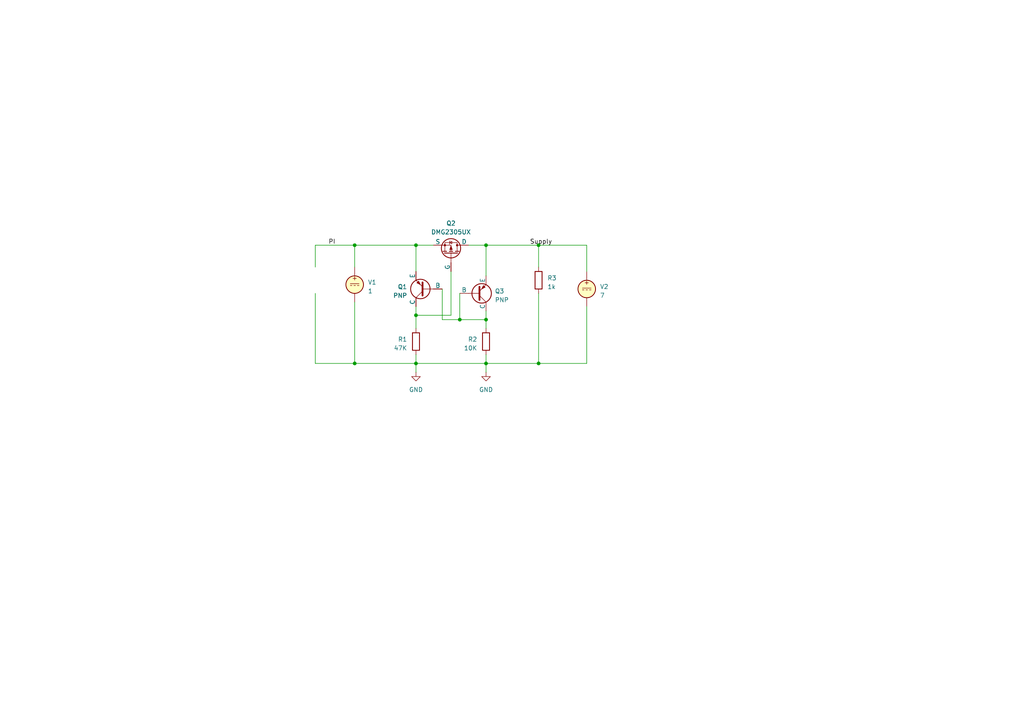
<source format=kicad_sch>
(kicad_sch (version 20230121) (generator eeschema)
  (paper "A4")
  (lib_symbols
    (symbol "Device:R" (pin_numbers hide) (pin_names (offset 0))
      (property "Reference" "R" (at 2.032 0 90))
      (property "Value" "R" (at 0 0 90))
      (symbol "R_0_1"
        (rectangle (start -1.016 -2.54) (end 1.016 2.54) (stroke (width 0.254)))
      )
      (symbol "R_1_1"
        (pin passive line (at 0 3.81 270) (length 1.27) (name "~") (number "1"))
        (pin passive line (at 0 -3.81 90) (length 1.27) (name "~") (number "2"))
      )
    )
    (symbol "GND_1" (power) (pin_names (offset 0))
      (property "Value" "GND_1" (at 0 -3.81 0))
      (symbol "GND_1_0_1"
        (polyline (pts (xy 0 0) (xy 0 -1.27) (xy 1.27 -1.27) (xy 0 -2.54) (xy -1.27 -1.27) (xy 0 -1.27)))
      )
      (symbol "GND_1_1_1"
        (pin power_in line (at 0 0 270) (length 0) hide (name "GND") (number "1"))
      )
    )
    (symbol "Simulation_SPICE:PMOS" (pin_numbers hide) (pin_names (offset 0))
      (property "Reference" "Q" (at 5.08 1.27 0))
      (property "Value" "PMOS" (at 5.08 -1.27 0))
      (symbol "PMOS_0_1"
        (polyline (pts (xy 0.254 0) (xy -2.54 0)))
        (polyline (pts (xy 0.254 1.905) (xy 0.254 -1.905)) (stroke (width 0.254)))
        (polyline (pts (xy 0.762 -1.27) (xy 0.762 -2.286)) (stroke (width 0.254)))
        (polyline (pts (xy 0.762 0.508) (xy 0.762 -0.508)) (stroke (width 0.254)))
        (polyline (pts (xy 0.762 2.286) (xy 0.762 1.27)) (stroke (width 0.254)))
        (polyline (pts (xy 2.54 2.54) (xy 2.54 1.778)))
        (polyline (pts (xy 2.54 -2.54) (xy 2.54 0) (xy 0.762 0)))
        (polyline (pts (xy 0.762 1.778) (xy 3.302 1.778) (xy 3.302 -1.778) (xy 0.762 -1.778)))
        (polyline (pts (xy 2.286 0) (xy 1.27 0.381) (xy 1.27 -0.381) (xy 2.286 0)) (fill (type outline)))
        (polyline (pts (xy 2.794 -0.508) (xy 2.921 -0.381) (xy 3.683 -0.381) (xy 3.81 -0.254)))
        (polyline (pts (xy 3.302 -0.381) (xy 2.921 0.254) (xy 3.683 0.254) (xy 3.302 -0.381)))
        (circle (center 1.651 0) (radius 2.794) (stroke (width 0.254)))
        (circle (center 2.54 -1.778) (radius 0.254) (fill (type outline)))
        (circle (center 2.54 1.778) (radius 0.254) (fill (type outline)))
      )
      (symbol "PMOS_1_1"
        (pin passive line (at 2.54 5.08 270) (length 2.54) (name "D") (number "1"))
        (pin input line (at -5.08 0 0) (length 2.54) (name "G") (number "2"))
        (pin passive line (at 2.54 -5.08 90) (length 2.54) (name "S") (number "3"))
      )
    )
    (symbol "Simulation_SPICE:PNP" (pin_numbers hide) (pin_names (offset 0))
      (property "Reference" "Q" (at -2.54 7.62 0))
      (property "Value" "PNP" (at -2.54 5.08 0))
      (symbol "PNP_0_1"
        (polyline (pts (xy -2.54 0) (xy 0.635 0)) (stroke (width 0.1524)))
        (polyline (pts (xy 0.635 0.635) (xy 2.54 2.54)))
        (polyline (pts (xy 0.635 -0.635) (xy 2.54 -2.54) (xy 2.54 -2.54)))
        (polyline (pts (xy 0.635 1.905) (xy 0.635 -1.905) (xy 0.635 -1.905)) (stroke (width 0.508)))
        (polyline (pts (xy 2.286 -1.778) (xy 1.778 -2.286) (xy 1.27 -1.27) (xy 2.286 -1.778) (xy 2.286 -1.778)) (fill (type outline)))
        (circle (center 1.27 0) (radius 2.8194) (stroke (width 0.254)))
      )
      (symbol "PNP_1_1"
        (pin open_collector line (at 2.54 5.08 270) (length 2.54) (name "C") (number "1"))
        (pin input line (at -5.08 0 0) (length 2.54) (name "B") (number "2"))
        (pin open_emitter line (at 2.54 -5.08 90) (length 2.54) (name "E") (number "3"))
      )
    )
    (symbol "Simulation_SPICE:VDC" (pin_numbers hide) (pin_names (offset 0.0254))
      (property "Reference" "V" (at 2.54 2.54 0))
      (property "Value" "1" (at 2.54 0 0))
      (symbol "VDC_0_0"
        (polyline (pts (xy -1.27 0.254) (xy 1.27 0.254)))
        (polyline (pts (xy -0.762 -0.254) (xy -1.27 -0.254)))
        (polyline (pts (xy 0.254 -0.254) (xy -0.254 -0.254)))
        (polyline (pts (xy 1.27 -0.254) (xy 0.762 -0.254)))
        (text "+" (at 0 1.905 0) (effects (font (size 1.27 1.27))))
      )
      (symbol "VDC_0_1"
        (circle (center 0 0) (radius 2.54) (stroke (width 0.254)) (fill (type background)))
      )
      (symbol "VDC_1_1"
        (pin passive line (at 0 5.08 270) (length 2.54) (name "~") (number "1"))
        (pin passive line (at 0 -5.08 90) (length 2.54) (name "~") (number "2"))
      )
    )
  )
  (junction (at 120.65 105.41))
  (junction (at 120.65 71.12))
  (junction (at 140.97 92.71))
  (junction (at 133.35 92.71))
  (junction (at 120.65 91.44))
  (junction (at 102.87 71.12))
  (junction (at 156.21 105.41))
  (junction (at 140.97 105.41))
  (junction (at 102.87 105.41))
  (junction (at 156.21 71.12))
  (junction (at 140.97 71.12))
  (wire (pts (xy 128.27 83.82) (xy 128.27 92.71)))
  (wire (pts (xy 91.44 85.09) (xy 91.44 105.41)))
  (wire (pts (xy 120.65 91.44) (xy 120.65 95.25)))
  (wire (pts (xy 140.97 71.12) (xy 140.97 80.01)))
  (wire (pts (xy 120.65 71.12) (xy 120.65 78.74)))
  (wire (pts (xy 140.97 105.41) (xy 140.97 102.87)))
  (wire (pts (xy 156.21 71.12) (xy 170.18 71.12)))
  (wire (pts (xy 91.44 71.12) (xy 102.87 71.12)))
  (wire (pts (xy 102.87 105.41) (xy 120.65 105.41)))
  (wire (pts (xy 140.97 107.95) (xy 140.97 105.41)))
  (wire (pts (xy 140.97 71.12) (xy 156.21 71.12)))
  (wire (pts (xy 156.21 105.41) (xy 170.18 105.41)))
  (wire (pts (xy 140.97 71.12) (xy 135.89 71.12)))
  (wire (pts (xy 91.44 77.47) (xy 91.44 71.12)))
  (wire (pts (xy 170.18 105.41) (xy 170.18 88.9)))
  (wire (pts (xy 133.35 85.09) (xy 133.35 92.71)))
  (wire (pts (xy 156.21 105.41) (xy 140.97 105.41)))
  (wire (pts (xy 102.87 87.63) (xy 102.87 105.41)))
  (wire (pts (xy 91.44 105.41) (xy 102.87 105.41)))
  (wire (pts (xy 130.81 91.44) (xy 130.81 78.74)))
  (wire (pts (xy 120.65 105.41) (xy 140.97 105.41)))
  (wire (pts (xy 140.97 92.71) (xy 140.97 95.25)))
  (wire (pts (xy 156.21 71.12) (xy 156.21 77.47)))
  (wire (pts (xy 120.65 107.95) (xy 120.65 105.41)))
  (wire (pts (xy 140.97 92.71) (xy 140.97 90.17)))
  (wire (pts (xy 120.65 91.44) (xy 130.81 91.44)))
  (wire (pts (xy 133.35 92.71) (xy 140.97 92.71)))
  (wire (pts (xy 102.87 71.12) (xy 102.87 77.47)))
  (wire (pts (xy 120.65 88.9) (xy 120.65 91.44)))
  (wire (pts (xy 170.18 71.12) (xy 170.18 78.74)))
  (wire (pts (xy 125.73 71.12) (xy 120.65 71.12)))
  (wire (pts (xy 102.87 71.12) (xy 120.65 71.12)))
  (wire (pts (xy 128.27 92.71) (xy 133.35 92.71)))
  (wire (pts (xy 120.65 105.41) (xy 120.65 102.87)))
  (wire (pts (xy 156.21 85.09) (xy 156.21 105.41)))
  (label "Supply" (at 153.67 71.12 0))
  (label "PI" (at 95.25 71.12 0))
  (symbol (lib_name "GND_1") (lib_id "power:GND") (at 120.65 107.95 0) (mirror y) (unit 1)
    (property "Reference" "#PWR01" (effects hide))
    (property "Value" "GND" (at 120.65 113.03 0))
  )
  (symbol (lib_id "Device:R") (at 140.97 99.06 0) (mirror x) (unit 1)
    (property "Reference" "R2" (at 138.43 98.425 0) (effects (justify right)))
    (property "Value" "10K" (at 138.43 100.965 0) (effects (justify right)))
  )
  (symbol (lib_name "GND_1") (lib_id "power:GND") (at 140.97 107.95 0) (mirror y) (unit 1)
    (property "Reference" "#PWR02" (effects hide))
    (property "Value" "GND" (at 140.97 113.03 0))
  )
  (symbol (lib_id "Device:R") (at 156.21 81.28 0) (unit 1)
    (property "Reference" "R3" (at 158.75 80.645 0) (effects (justify left)))
    (property "Value" "1k" (at 158.75 83.185 0) (effects (justify left)))
    (property "Sim.Device" "R" (effects hide))
    (property "Sim.Pins" "1=+ 2=-" (effects hide))
  )
  (symbol (lib_id "Simulation_SPICE:VDC") (at 102.87 82.55 0) (unit 1)
    (property "Reference" "V1" (at 106.68 81.8792 0) (effects (justify left)))
    (property "Value" "1" (at 106.68 84.4192 0) (effects (justify left)))
    (property "Sim.Pins" "1=+ 2=-" (effects hide))
    (property "Sim.Type" "DC" (effects hide))
    (property "Sim.Device" "V" (effects hide))
  )
  (symbol (lib_id "Simulation_SPICE:PNP") (at 123.19 83.82 180) (unit 1)
    (property "Reference" "Q1" (at 118.11 83.185 0) (effects (justify left)))
    (property "Value" "PNP" (at 118.11 85.725 0) (effects (justify left)))
    (property "Sim.Device" "PNP" (effects hide))
    (property "Sim.Type" "GUMMELPOON" (effects hide))
    (property "Sim.Pins" "1=C 2=B 3=E" (effects hide))
  )
  (symbol (lib_id "Simulation_SPICE:PMOS") (at 130.81 73.66 270) (mirror x) (unit 1)
    (property "Reference" "Q2" (at 130.81 64.77 90))
    (property "Value" "DMG2305UX" (at 130.81 67.31 90))
    (property "Datasheet" "https://ngspice.sourceforge.io/docs/ngspice-manual.pdf" (effects hide))
    (property "Sim.Device" "PMOS" (effects hide))
    (property "Sim.Type" "VDMOS" (effects hide))
    (property "Sim.Pins" "1=D 2=G 3=S" (effects hide))
  )
  (symbol (lib_id "Device:R") (at 120.65 99.06 0) (mirror x) (unit 1)
    (property "Reference" "R1" (at 118.11 98.425 0) (effects (justify right)))
    (property "Value" "47K" (at 118.11 100.965 0) (effects (justify right)))
  )
  (symbol (lib_id "Simulation_SPICE:VDC") (at 170.18 83.82 0) (unit 1)
    (property "Reference" "V2" (at 173.99 83.1492 0) (effects (justify left)))
    (property "Value" "7" (at 173.99 85.6892 0) (effects (justify left)))
    (property "Sim.Pins" "1=+ 2=-" (effects hide))
    (property "Sim.Type" "DC" (effects hide))
    (property "Sim.Device" "V" (effects hide))
  )
  (symbol (lib_id "Simulation_SPICE:PNP") (at 138.43 85.09 0) (mirror x) (unit 1)
    (property "Reference" "Q3" (at 143.51 84.455 0) (effects (justify left)))
    (property "Value" "PNP" (at 143.51 86.995 0) (effects (justify left)))
    (property "Sim.Device" "PNP" (effects hide))
    (property "Sim.Type" "GUMMELPOON" (effects hide))
    (property "Sim.Pins" "1=C 2=B 3=E" (effects hide))
  )
)
</source>
